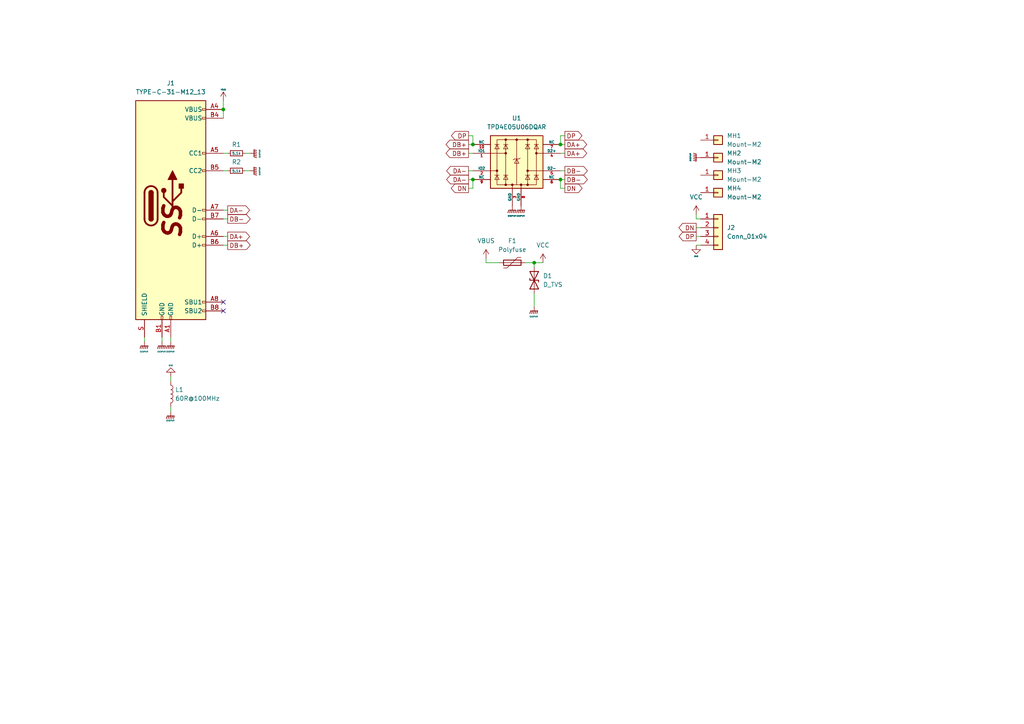
<source format=kicad_sch>
(kicad_sch (version 20211123) (generator eeschema)
  (paper "A4")
  (title_block (title "Simpler60 Compatible Unified Daughterboard") (rev "1") (company "Jordan Banana"))
  (lib_symbols
    (symbol "Acheron Symbols:TPD4E05U06DQAR" (pin_names (offset 0))
      (property "Reference" "U" (at 0 12.7 0))
      (property "Value" "TPD4E05U06DQAR" (at 0 10.16 0))
      (symbol "TPD4E05U06DQAR_0_0"
        (rectangle (start -5.715 6.477) (end 5.715 -6.604))
        (polyline (pts (xy -3.175 -6.604) (xy -3.175 6.477)))
        (polyline (pts (xy 0 6.477) (xy 0 -6.604)))
        (polyline (pts (xy 3.175 6.477) (xy 3.175 -6.604)))
      )
      (symbol "TPD4E05U06DQAR_0_1"
        (rectangle (start -7.62 7.62) (end 7.62 -7.62) (stroke (width 0.254)) (fill (type background)))
        (circle (center -5.715 -2.54) (radius 0.2794) (fill (type outline)))
        (circle (center -3.175 -6.604) (radius 0.2794) (fill (type outline)))
        (circle (center -3.175 2.54) (radius 0.2794) (fill (type outline)))
        (circle (center -3.175 6.477) (radius 0.2794) (fill (type outline)))
        (circle (center -1.27 -6.604) (radius 0.2794) (fill (type outline)))
        (polyline (pts (xy -7.747 2.54) (xy -3.175 2.54)))
        (polyline (pts (xy -7.62 -2.54) (xy -5.715 -2.54)))
        (polyline (pts (xy -5.08 -3.81) (xy -6.35 -3.81)))
        (polyline (pts (xy -5.08 5.08) (xy -6.35 5.08)))
        (polyline (pts (xy -2.54 -3.81) (xy -3.81 -3.81)))
        (polyline (pts (xy -2.54 5.08) (xy -3.81 5.08)))
        (polyline (pts (xy -1.27 -6.604) (xy -1.27 -7.62)))
        (polyline (pts (xy -0.635 0.889) (xy -1.016 0.635)))
        (polyline (pts (xy 0.635 0.889) (xy -0.635 0.889)))
        (polyline (pts (xy 0.635 0.889) (xy 1.016 1.143)))
        (polyline (pts (xy 3.81 -3.81) (xy 2.54 -3.81)))
        (polyline (pts (xy 3.81 5.08) (xy 2.54 5.08)))
        (polyline (pts (xy 6.35 -3.81) (xy 5.08 -3.81)))
        (polyline (pts (xy 6.35 5.08) (xy 5.08 5.08)))
        (polyline (pts (xy 7.62 -2.54) (xy 3.175 -2.54)))
        (polyline (pts (xy 7.62 2.54) (xy 5.715 2.54)))
        (polyline (pts (xy -5.08 -5.08) (xy -6.35 -5.08) (xy -5.715 -3.81) (xy -5.08 -5.08)))
        (polyline (pts (xy -5.08 3.81) (xy -6.35 3.81) (xy -5.715 5.08) (xy -5.08 3.81)))
        (polyline (pts (xy -2.54 -5.08) (xy -3.81 -5.08) (xy -3.175 -3.81) (xy -2.54 -5.08)))
        (polyline (pts (xy -2.54 3.81) (xy -3.81 3.81) (xy -3.175 5.08) (xy -2.54 3.81)))
        (polyline (pts (xy 0.635 -0.381) (xy -0.635 -0.381) (xy 0 0.889) (xy 0.635 -0.381)))
        (polyline (pts (xy 3.81 -5.08) (xy 2.54 -5.08) (xy 3.175 -3.81) (xy 3.81 -5.08)))
        (polyline (pts (xy 3.81 3.81) (xy 2.54 3.81) (xy 3.175 5.08) (xy 3.81 3.81)))
        (polyline (pts (xy 6.35 -5.08) (xy 5.08 -5.08) (xy 5.715 -3.81) (xy 6.35 -5.08)))
        (polyline (pts (xy 6.35 3.81) (xy 5.08 3.81) (xy 5.715 5.08) (xy 6.35 3.81)))
        (circle (center 0 6.477) (radius 0.2794) (fill (type outline)))
        (circle (center 3.175 -6.604) (radius 0.2794) (fill (type outline)))
        (circle (center 3.175 -2.54) (radius 0.2794) (fill (type outline)))
        (circle (center 3.175 6.477) (radius 0.2794) (fill (type outline)))
        (circle (center 5.715 2.54) (radius 0.2794) (fill (type outline)))
      )
      (symbol "TPD4E05U06DQAR_1_1"
        (polyline (pts (xy 1.27 -6.604) (xy 1.27 -7.62)))
        (circle (center 1.27 -6.604) (radius 0.2794) (fill (type outline)))
        (pin bidirectional line (at -12.7 2.54 0) (length 5.08) (name "IO1") (number "1"))
        (pin bidirectional line (at -12.7 5.08 0) (length 5.08) (name "NC") (number "10"))
        (pin bidirectional line (at -12.7 -2.54 0) (length 5.08) (name "IO2") (number "2"))
        (pin power_in line (at -1.27 -12.7 90) (length 5.08) (name "GND") (number "3"))
        (pin bidirectional line (at 12.7 2.54 180) (length 5.08) (name "D2+") (number "4"))
        (pin bidirectional line (at 12.7 -2.54 180) (length 5.08) (name "D2-") (number "5"))
        (pin bidirectional line (at 12.7 -5.08 180) (length 5.08) (name "NC") (number "6"))
        (pin bidirectional line (at 12.7 5.08 180) (length 5.08) (name "NC") (number "7"))
        (pin power_in line (at 1.27 -12.7 90) (length 5.08) (name "GND") (number "8"))
        (pin bidirectional line (at -12.7 -5.08 0) (length 5.08) (name "NC") (number "9"))
      )
    )
    (symbol "Acheron Symbols:TYPE-C-31-M12_13" (pin_names (offset 1.016))
      (property "Reference" "J" (at -1.27 35.56 0))
      (property "Value" "TYPE-C-31-M12_13" (at 10.16 33.02 0))
      (symbol "TYPE-C-31-M12_13_0_0"
        (rectangle (start -0.254 -31.75) (end 0.254 -30.734))
        (rectangle (start 10.16 -28.956) (end 9.144 -29.464))
        (rectangle (start 10.16 -26.416) (end 9.144 -26.924))
        (rectangle (start 10.16 -9.906) (end 9.144 -10.414))
        (rectangle (start 10.16 -7.366) (end 9.144 -7.874))
        (rectangle (start 10.16 -2.286) (end 9.144 -2.794))
        (rectangle (start 10.16 0.254) (end 9.144 -0.254))
        (rectangle (start 10.16 11.684) (end 9.144 11.176))
        (rectangle (start 10.16 16.764) (end 9.144 16.256))
        (rectangle (start 10.16 29.464) (end 9.144 28.956))
        (text "SS" (at 0.508 -3.175 900) (effects (font (size 5.08 5.08) bold italic)))
      )
      (symbol "TYPE-C-31-M12_13_0_1"
        (rectangle (start -10.16 31.75) (end 10.16 -31.75) (stroke (width 0.254)) (fill (type background)))
        (arc (start -7.62 -2.54) (mid -5.715 -4.445) (end -3.81 -2.54) (stroke (width 0.508)))
        (arc (start -6.35 -2.54) (mid -5.715 -3.175) (end -5.08 -2.54) (stroke (width 0.254)))
        (arc (start -6.35 -2.54) (mid -5.715 -3.175) (end -5.08 -2.54) (stroke (width 0.254)) (fill (type outline)))
        (rectangle (start -6.35 -2.54) (end -5.08 5.08) (stroke (width 0.254)) (fill (type outline)))
        (arc (start -5.08 5.08) (mid -5.715 5.715) (end -6.35 5.08) (stroke (width 0.254)))
        (arc (start -5.08 5.08) (mid -5.715 5.715) (end -6.35 5.08) (stroke (width 0.254)) (fill (type outline)))
        (arc (start -3.81 5.08) (mid -5.715 6.985) (end -7.62 5.08) (stroke (width 0.508)))
        (circle (center -2.032 5.715) (radius 0.635) (stroke (width 0.254)) (fill (type outline)))
        (polyline (pts (xy -7.62 -2.54) (xy -7.62 5.08)) (stroke (width 0.508)))
        (polyline (pts (xy -3.81 5.08) (xy -3.81 -2.54)) (stroke (width 0.508)))
        (polyline (pts (xy 0.508 0) (xy 0.508 8.89)) (stroke (width 0.508)))
        (polyline (pts (xy 0.508 1.27) (xy -2.032 3.81) (xy -2.032 5.08)) (stroke (width 0.508)))
        (polyline (pts (xy 0.508 2.54) (xy 3.048 5.08) (xy 3.048 6.35)) (stroke (width 0.508)))
        (polyline (pts (xy -0.762 8.89) (xy 0.508 11.43) (xy 1.778 8.89) (xy -0.762 8.89)) (stroke (width 0.254)) (fill (type outline)))
        (rectangle (start 2.413 6.35) (end 3.683 7.62) (stroke (width 0.254)) (fill (type outline)))
      )
      (symbol "TYPE-C-31-M12_13_1_1"
        (rectangle (start -2.794 -31.75) (end -2.286 -30.734))
        (rectangle (start 10.16 26.924) (end 9.144 26.416))
        (pin power_out line (at 0 -36.83 90) (length 5.08) (name "GND") (number "A1"))
        (pin power_out line (at 15.24 29.21 180) (length 5.08) (name "VBUS") (number "A4"))
        (pin bidirectional line (at 15.24 16.51 180) (length 5.08) (name "CC1") (number "A5"))
        (pin bidirectional line (at 15.24 -7.62 180) (length 5.08) (name "D+") (number "A6"))
        (pin bidirectional line (at 15.24 0 180) (length 5.08) (name "D-") (number "A7"))
        (pin bidirectional line (at 15.24 -26.67 180) (length 5.08) (name "SBU1") (number "A8"))
        (pin power_out line (at -2.54 -36.83 90) (length 5.08) (name "GND") (number "B1"))
        (pin power_out line (at 15.24 26.67 180) (length 5.08) (name "VBUS") (number "B4"))
        (pin bidirectional line (at 15.24 11.43 180) (length 5.08) (name "CC2") (number "B5"))
        (pin bidirectional line (at 15.24 -10.16 180) (length 5.08) (name "D+") (number "B6"))
        (pin bidirectional line (at 15.24 -2.54 180) (length 5.08) (name "D-") (number "B7"))
        (pin bidirectional line (at 15.24 -29.21 180) (length 5.08) (name "SBU2") (number "B8"))
        (pin passive line (at -7.62 -36.83 90) (length 5.08) (name "SHIELD") (number "S"))
      )
    )
    (symbol "Connector_Generic:Conn_01x01" (pin_names (offset 1.016) hide)
      (property "Reference" "J" (at 0 2.54 0))
      (property "Value" "Conn_01x01" (at 0 -2.54 0))
      (symbol "Conn_01x01_1_1"
        (rectangle (start -1.27 0.127) (end 0 -0.127) (stroke (width 0.1524)))
        (rectangle (start -1.27 1.27) (end 1.27 -1.27) (stroke (width 0.254)) (fill (type background)))
        (pin passive line (at -5.08 0 0) (length 3.81) (name "Pin_1") (number "1"))
      )
    )
    (symbol "Connector_Generic:Conn_01x04" (pin_names (offset 1.016) hide)
      (property "Reference" "J" (at 0 5.08 0))
      (property "Value" "Conn_01x04" (at 0 -7.62 0))
      (symbol "Conn_01x04_1_1"
        (rectangle (start -1.27 -4.953) (end 0 -5.207) (stroke (width 0.1524)))
        (rectangle (start -1.27 -2.413) (end 0 -2.667) (stroke (width 0.1524)))
        (rectangle (start -1.27 0.127) (end 0 -0.127) (stroke (width 0.1524)))
        (rectangle (start -1.27 2.667) (end 0 2.413) (stroke (width 0.1524)))
        (rectangle (start -1.27 3.81) (end 1.27 -6.35) (stroke (width 0.254)) (fill (type background)))
        (pin passive line (at -5.08 2.54 0) (length 3.81) (name "Pin_1") (number "1"))
        (pin passive line (at -5.08 0 0) (length 3.81) (name "Pin_2") (number "2"))
        (pin passive line (at -5.08 -2.54 0) (length 3.81) (name "Pin_3") (number "3"))
        (pin passive line (at -5.08 -5.08 0) (length 3.81) (name "Pin_4") (number "4"))
      )
    )
    (symbol "Device:D_TVS" (pin_numbers hide) (pin_names (offset 1.016) hide)
      (property "Reference" "D" (at 0 2.54 0))
      (property "Value" "D_TVS" (at 0 -2.54 0))
      (symbol "D_TVS_0_1"
        (polyline (pts (xy 1.27 0) (xy -1.27 0)))
        (polyline (pts (xy 0.508 1.27) (xy 0 1.27) (xy 0 -1.27) (xy -0.508 -1.27)) (stroke (width 0.254)))
        (polyline (pts (xy -2.54 1.27) (xy -2.54 -1.27) (xy 2.54 1.27) (xy 2.54 -1.27) (xy -2.54 1.27)) (stroke (width 0.254)))
      )
      (symbol "D_TVS_1_1"
        (pin passive line (at -3.81 0 0) (length 2.54) (name "A1") (number "1"))
        (pin passive line (at 3.81 0 180) (length 2.54) (name "A2") (number "2"))
      )
    )
    (symbol "Device:L" (pin_numbers hide) (pin_names (offset 1.016) hide)
      (property "Reference" "L" (at -1.27 0 90))
      (property "Value" "L" (at 1.905 0 90))
      (symbol "L_0_1"
        (arc (start 0 -2.54) (mid 0.635 -1.905) (end 0 -1.27))
        (arc (start 0 -1.27) (mid 0.635 -0.635) (end 0 0))
        (arc (start 0 0) (mid 0.635 0.635) (end 0 1.27))
        (arc (start 0 1.27) (mid 0.635 1.905) (end 0 2.54))
      )
      (symbol "L_1_1"
        (pin passive line (at 0 3.81 270) (length 1.27) (name "1") (number "1"))
        (pin passive line (at 0 -3.81 90) (length 1.27) (name "2") (number "2"))
      )
    )
    (symbol "Device:Polyfuse" (pin_numbers hide) (pin_names (offset 0))
      (property "Reference" "F" (at -2.54 0 90))
      (property "Value" "Polyfuse" (at 2.54 0 90))
      (symbol "Polyfuse_0_1"
        (rectangle (start -0.762 2.54) (end 0.762 -2.54) (stroke (width 0.254)))
        (polyline (pts (xy 0 2.54) (xy 0 -2.54)))
        (polyline (pts (xy -1.524 2.54) (xy -1.524 1.524) (xy 1.524 -1.524) (xy 1.524 -2.54)))
      )
      (symbol "Polyfuse_1_1"
        (pin passive line (at 0 3.81 270) (length 1.27) (name "~") (number "1"))
        (pin passive line (at 0 -3.81 90) (length 1.27) (name "~") (number "2"))
      )
    )
    (symbol "Device:R_Small" (pin_numbers hide) (pin_names (offset 0.254) hide)
      (property "Reference" "R" (at 0.762 0.508 0))
      (property "Value" "R_Small" (at 0.762 -1.016 0))
      (symbol "R_Small_0_1"
        (rectangle (start -0.762 1.778) (end 0.762 -1.778) (stroke (width 0.2032)))
      )
      (symbol "R_Small_1_1"
        (pin passive line (at 0 2.54 270) (length 0.762) (name "~") (number "1"))
        (pin passive line (at 0 -2.54 90) (length 0.762) (name "~") (number "2"))
      )
    )
    (symbol "power:GND" (power) (pin_names (offset 0))
      (property "Value" "GND" (at 0 -3.81 0))
      (symbol "GND_0_1"
        (polyline (pts (xy 0 0) (xy 0 -1.27) (xy 1.27 -1.27) (xy 0 -2.54) (xy -1.27 -1.27) (xy 0 -1.27)))
      )
      (symbol "GND_1_1"
        (pin power_in line (at 0 0 270) (length 0) hide (name "GND") (number "1"))
      )
    )
    (symbol "power:GNDPWR" (power) (pin_names (offset 0))
      (property "Value" "GNDPWR" (at 0 -3.302 0))
      (symbol "GNDPWR_0_1"
        (polyline (pts (xy 0 -1.27) (xy 0 0)))
        (polyline (pts (xy -1.016 -1.27) (xy -1.27 -2.032) (xy -1.27 -2.032)) (stroke (width 0.2032)))
        (polyline (pts (xy -0.508 -1.27) (xy -0.762 -2.032) (xy -0.762 -2.032)) (stroke (width 0.2032)))
        (polyline (pts (xy 0 -1.27) (xy -0.254 -2.032) (xy -0.254 -2.032)) (stroke (width 0.2032)))
        (polyline (pts (xy 0.508 -1.27) (xy 0.254 -2.032) (xy 0.254 -2.032)) (stroke (width 0.2032)))
        (polyline (pts (xy 1.016 -1.27) (xy -1.016 -1.27) (xy -1.016 -1.27)) (stroke (width 0.2032)))
        (polyline (pts (xy 1.016 -1.27) (xy 0.762 -2.032) (xy 0.762 -2.032) (xy 0.762 -2.032)) (stroke (width 0.2032)))
      )
      (symbol "GNDPWR_1_1"
        (pin power_in line (at 0 0 270) (length 0) hide (name "GNDPWR") (number "1"))
      )
    )
    (symbol "power:VBUS" (power) (pin_names (offset 0))
      (property "Value" "VBUS" (at 0 3.81 0))
      (symbol "VBUS_0_1"
        (polyline (pts (xy -0.762 1.27) (xy 0 2.54)))
        (polyline (pts (xy 0 0) (xy 0 2.54)))
        (polyline (pts (xy 0 2.54) (xy 0.762 1.27)))
      )
      (symbol "VBUS_1_1"
        (pin power_in line (at 0 0 90) (length 0) hide (name "VBUS") (number "1"))
      )
    )
    (symbol "power:VCC" (power) (pin_names (offset 0))
      (property "Value" "VCC" (at 0 3.81 0))
      (symbol "VCC_0_1"
        (polyline (pts (xy -0.762 1.27) (xy 0 2.54)))
        (polyline (pts (xy 0 0) (xy 0 2.54)))
        (polyline (pts (xy 0 2.54) (xy 0.762 1.27)))
      )
      (symbol "VCC_1_1"
        (pin power_in line (at 0 0 90) (length 0) hide (name "VCC") (number "1"))
      )
    )
  )
  (junction (at 162.56 52.07))
  (junction (at 162.56 41.91))
  (junction (at 154.94 76.2))
  (junction (at 137.16 41.91))
  (junction (at 64.77 31.75))
  (junction (at 137.16 52.07))
  (no_connect (at 64.77 90.17))
  (no_connect (at 64.77 87.63))
  (wire (pts (xy 201.93 66.04) (xy 203.2 66.04)))
  (wire (pts (xy 64.77 44.45) (xy 66.04 44.45)))
  (wire (pts (xy 135.89 54.61) (xy 137.16 54.61)))
  (wire (pts (xy 64.77 60.96) (xy 66.04 60.96)))
  (wire (pts (xy 162.56 49.53) (xy 163.83 49.53)))
  (wire (pts (xy 49.53 118.11) (xy 49.53 119.38)))
  (wire (pts (xy 71.12 44.45) (xy 72.39 44.45)))
  (wire (pts (xy 203.2 63.5) (xy 201.93 63.5)))
  (wire (pts (xy 162.56 52.07) (xy 163.83 52.07)))
  (wire (pts (xy 135.89 49.53) (xy 137.16 49.53)))
  (wire (pts (xy 41.91 97.79) (xy 41.91 99.06)))
  (wire (pts (xy 162.56 44.45) (xy 163.83 44.45)))
  (wire (pts (xy 64.77 71.12) (xy 66.04 71.12)))
  (wire (pts (xy 71.12 49.53) (xy 72.39 49.53)))
  (wire (pts (xy 201.93 71.12) (xy 203.2 71.12)))
  (wire (pts (xy 135.89 44.45) (xy 137.16 44.45)))
  (wire (pts (xy 154.94 85.09) (xy 154.94 88.9)))
  (wire (pts (xy 135.89 52.07) (xy 137.16 52.07)))
  (wire (pts (xy 64.77 63.5) (xy 66.04 63.5)))
  (wire (pts (xy 201.93 68.58) (xy 203.2 68.58)))
  (wire (pts (xy 154.94 76.2) (xy 154.94 77.47)))
  (wire (pts (xy 140.97 76.2) (xy 140.97 74.93)))
  (wire (pts (xy 46.99 97.79) (xy 46.99 99.06)))
  (wire (pts (xy 154.94 76.2) (xy 157.48 76.2)))
  (wire (pts (xy 135.89 39.37) (xy 137.16 39.37)))
  (wire (pts (xy 163.83 54.61) (xy 162.56 54.61)))
  (wire (pts (xy 201.93 63.5) (xy 201.93 62.23)))
  (wire (pts (xy 64.77 31.75) (xy 64.77 34.29)))
  (wire (pts (xy 144.78 76.2) (xy 140.97 76.2)))
  (wire (pts (xy 162.56 54.61) (xy 162.56 52.07)))
  (wire (pts (xy 152.4 76.2) (xy 154.94 76.2)))
  (wire (pts (xy 162.56 39.37) (xy 162.56 41.91)))
  (wire (pts (xy 49.53 109.22) (xy 49.53 110.49)))
  (wire (pts (xy 163.83 39.37) (xy 162.56 39.37)))
  (wire (pts (xy 64.77 68.58) (xy 66.04 68.58)))
  (wire (pts (xy 49.53 97.79) (xy 49.53 99.06)))
  (wire (pts (xy 162.56 41.91) (xy 163.83 41.91)))
  (wire (pts (xy 64.77 49.53) (xy 66.04 49.53)))
  (wire (pts (xy 137.16 39.37) (xy 137.16 41.91)))
  (wire (pts (xy 64.77 29.21) (xy 64.77 31.75)))
  (wire (pts (xy 135.89 41.91) (xy 137.16 41.91)))
  (wire (pts (xy 137.16 54.61) (xy 137.16 52.07)))
  (global_label "DB+" (shape output) (at 135.89 41.91 180) (property "Intersheet References" "${INTERSHEET_REFS}" (effects hide)))
  (global_label "DA+" (shape output) (at 66.04 68.58 0) (property "Intersheet References" "${INTERSHEET_REFS}" (effects hide)))
  (global_label "DN" (shape output) (at 201.93 66.04 180) (property "Intersheet References" "${INTERSHEET_REFS}" (effects hide)))
  (global_label "DP" (shape output) (at 201.93 68.58 180) (property "Intersheet References" "${INTERSHEET_REFS}" (effects hide)))
  (global_label "DA-" (shape output) (at 66.04 60.96 0) (property "Intersheet References" "${INTERSHEET_REFS}" (effects hide)))
  (global_label "DB+" (shape output) (at 135.89 44.45 180) (property "Intersheet References" "${INTERSHEET_REFS}" (effects hide)))
  (global_label "DB+" (shape output) (at 66.04 71.12 0) (property "Intersheet References" "${INTERSHEET_REFS}" (effects hide)))
  (global_label "DA-" (shape output) (at 135.89 52.07 180) (property "Intersheet References" "${INTERSHEET_REFS}" (effects hide)))
  (global_label "DP" (shape output) (at 163.83 39.37 0) (property "Intersheet References" "${INTERSHEET_REFS}" (effects hide)))
  (global_label "DB-" (shape output) (at 163.83 49.53 0) (property "Intersheet References" "${INTERSHEET_REFS}" (effects hide)))
  (global_label "DN" (shape output) (at 163.83 54.61 0) (property "Intersheet References" "${INTERSHEET_REFS}" (effects hide)))
  (global_label "DA-" (shape output) (at 135.89 49.53 180) (property "Intersheet References" "${INTERSHEET_REFS}" (effects hide)))
  (global_label "DA+" (shape output) (at 163.83 41.91 0) (property "Intersheet References" "${INTERSHEET_REFS}" (effects hide)))
  (global_label "DP" (shape output) (at 135.89 39.37 180) (property "Intersheet References" "${INTERSHEET_REFS}" (effects hide)))
  (global_label "DN" (shape output) (at 135.89 54.61 180) (property "Intersheet References" "${INTERSHEET_REFS}" (effects hide)))
  (global_label "DA+" (shape output) (at 163.83 44.45 0) (property "Intersheet References" "${INTERSHEET_REFS}" (effects hide)))
  (global_label "DB-" (shape output) (at 66.04 63.5 0) (property "Intersheet References" "${INTERSHEET_REFS}" (effects hide)))
  (global_label "DB-" (shape output) (at 163.83 52.07 0) (property "Intersheet References" "${INTERSHEET_REFS}" (effects hide)))
  (symbol (lib_id "power:GNDPWR") (at 72.39 44.45 90) (unit 1)
    (property "Reference" "#PWR0107" (effects hide))
    (property "Value" "GNDPWR" (at 75.33 44.577 0) (effects (font (size 0.381 0.381))))
  )
  (symbol (lib_id "Connector_Generic:Conn_01x04") (at 208.28 66.04 0) (unit 1)
    (property "Reference" "J2" (at 210.82 66.0399 0) (effects (justify left)))
    (property "Value" "Conn_01x04" (at 210.82 68.5799 0) (effects (justify left)))
    (property "Footprint" "ai03 parts:JST-SR-4" (effects hide))
  )
  (symbol (lib_id "power:VCC") (at 201.93 62.23 0) (unit 1)
    (property "Reference" "#PWR0110" (effects hide))
    (property "Value" "VCC" (at 201.93 57.15 0))
  )
  (symbol (lib_id "Acheron Symbols:TYPE-C-31-M12_13") (at 49.53 60.96 0) (unit 1)
    (property "Reference" "J1" (at 49.53 24.13 0))
    (property "Value" "TYPE-C-31-M12_13" (at 49.53 26.67 0))
    (property "Footprint" "Acheron Connectors:TYPE-C-31-M-12" (effects hide))
  )
  (symbol (lib_id "Device:L") (at 49.53 114.3 0) (unit 1)
    (property "Reference" "L1" (at 50.8 113.0299 0) (effects (justify left)))
    (property "Value" "60R@100MHz" (at 50.8 115.5699 0) (effects (justify left)))
    (property "Footprint" "Inductor_SMD:L_1206_3216Metric" (effects hide))
    (property "LCSC Part No" "C33600" (effects hide))
  )
  (symbol (lib_id "power:GNDPWR") (at 72.39 49.53 90) (unit 1)
    (property "Reference" "#PWR0108" (effects hide))
    (property "Value" "GNDPWR" (at 75.33 49.657 0) (effects (font (size 0.381 0.381))))
  )
  (symbol (lib_id "Device:R_Small") (at 68.58 44.45 90) (unit 1)
    (property "Reference" "R1" (at 68.58 41.91 90))
    (property "Value" "5.1k" (at 68.58 44.5 90) (effects (font (size 0.762 0.762))))
    (property "Footprint" "Resistor_SMD:R_0603_1608Metric" (effects hide))
  )
  (symbol (lib_id "power:GND") (at 201.93 71.12 0) (unit 1)
    (property "Reference" "#PWR0111" (effects hide))
    (property "Value" "GND" (at 201.93 74.34 0) (effects (font (size 0.381 0.381))))
  )
  (symbol (lib_id "Connector_Generic:Conn_01x01") (at 208.28 45.72 0) (unit 1)
    (property "Reference" "MH2" (at 210.82 44.4499 0) (effects (justify left)))
    (property "Value" "Mount-M2" (at 210.82 46.9899 0) (effects (justify left)))
    (property "Footprint" "ai03 parts:Generic-Mounthole" (effects hide))
  )
  (symbol (lib_id "Connector_Generic:Conn_01x01") (at 208.28 55.88 0) (unit 1)
    (property "Reference" "MH4" (at 210.82 54.6099 0) (effects (justify left)))
    (property "Value" "Mount-M2" (at 210.82 57.1499 0) (effects (justify left)))
    (property "Footprint" "ai03 parts:Generic-Mounthole" (effects hide))
  )
  (symbol (lib_id "Connector_Generic:Conn_01x01") (at 208.28 40.64 0) (unit 1)
    (property "Reference" "MH1" (at 210.82 39.3699 0) (effects (justify left)))
    (property "Value" "Mount-M2" (at 210.82 41.9099 0) (effects (justify left)))
    (property "Footprint" "ai03 parts:Generic-Mounthole" (effects hide))
  )
  (symbol (lib_id "Device:Polyfuse") (at 148.59 76.2 90) (unit 1)
    (property "Reference" "F1" (at 148.59 69.85 90))
    (property "Value" "Polyfuse" (at 148.59 72.39 90))
    (property "Footprint" "Fuse:Fuse_1206_3216Metric" (effects hide))
  )
  (symbol (lib_id "power:VBUS") (at 64.77 29.21 0) (unit 1)
    (property "Reference" "#PWR0102" (effects hide))
    (property "Value" "VBUS" (at 64.77 26 0) (effects (font (size 0.381 0.381))))
  )
  (symbol (lib_id "power:GNDPWR") (at 46.99 99.06 0) (unit 1)
    (property "Reference" "#PWR0103" (effects hide))
    (property "Value" "GNDPWR" (at 46.863 102 0) (effects (font (size 0.381 0.381))))
  )
  (symbol (lib_id "power:GNDPWR") (at 151.13 59.69 0) (unit 1)
    (property "Reference" "#PWR0113" (effects hide))
    (property "Value" "GNDPWR" (at 151.003 62.63 0) (effects (font (size 0.381 0.381))))
  )
  (symbol (lib_id "power:VCC") (at 157.48 76.2 0) (unit 1)
    (property "Reference" "#PWR0115" (effects hide))
    (property "Value" "VCC" (at 157.48 71.12 0))
  )
  (symbol (lib_id "power:GNDPWR") (at 148.59 59.69 0) (unit 1)
    (property "Reference" "#PWR0112" (effects hide))
    (property "Value" "GNDPWR" (at 148.463 62.63 0) (effects (font (size 0.381 0.381))))
  )
  (symbol (lib_id "Device:R_Small") (at 68.58 49.53 90) (unit 1)
    (property "Reference" "R2" (at 68.58 46.99 90))
    (property "Value" "5.1k" (at 68.58 49.58 90) (effects (font (size 0.762 0.762))))
    (property "Footprint" "Resistor_SMD:R_0603_1608Metric" (effects hide))
  )
  (symbol (lib_id "Acheron Symbols:TPD4E05U06DQAR") (at 149.86 46.99 0) (unit 1)
    (property "Reference" "U1" (at 149.86 34.29 0))
    (property "Value" "TPD4E05U06DQAR" (at 149.86 36.83 0))
    (property "Footprint" "Acheron Components:USON-10_2.5x1.0mm_P0.5mm" (effects hide))
    (property "Manufacturer" "Texas Instruments" (effects hide))
    (property "Manufacturer Part #" "TPD4E05U06DQAR" (effects hide))
    (property "LCSC Part #" "C138714" (effects hide))
    (property "Package" "uSON-10" (effects hide))
  )
  (symbol (lib_id "power:GNDPWR") (at 154.94 88.9 0) (unit 1)
    (property "Reference" "#PWR0114" (effects hide))
    (property "Value" "GNDPWR" (at 154.813 91.84 0) (effects (font (size 0.381 0.381))))
  )
  (symbol (lib_id "power:GNDPWR") (at 49.53 119.38 0) (unit 1)
    (property "Reference" "#PWR0106" (effects hide))
    (property "Value" "GNDPWR" (at 49.403 122 0) (effects (font (size 0.381 0.381))))
  )
  (symbol (lib_id "Connector_Generic:Conn_01x01") (at 208.28 50.8 0) (unit 1)
    (property "Reference" "MH3" (at 210.82 49.5299 0) (effects (justify left)))
    (property "Value" "Mount-M2" (at 210.82 52.0699 0) (effects (justify left)))
    (property "Footprint" "ai03 parts:Generic-Mounthole" (effects hide))
  )
  (symbol (lib_id "power:GNDPWR") (at 49.53 99.06 0) (unit 1)
    (property "Reference" "#PWR0101" (effects hide))
    (property "Value" "GNDPWR" (at 49.403 102 0) (effects (font (size 0.381 0.381))))
  )
  (symbol (lib_id "power:GNDPWR") (at 203.2 45.72 270) (unit 1)
    (property "Reference" "#PWR0109" (effects hide))
    (property "Value" "GNDPWR" (at 200.26 45.593 0) (effects (font (size 0.381 0.381))))
  )
  (symbol (lib_id "Device:D_TVS") (at 154.94 81.28 90) (unit 1)
    (property "Reference" "D1" (at 157.48 80.0099 90) (effects (justify right)))
    (property "Value" "D_TVS" (at 157.48 82.5499 90) (effects (justify right)))
    (property "Footprint" "Acheron Components:D_SOD-123_Bidirectional" (effects hide))
  )
  (symbol (lib_id "power:GNDPWR") (at 41.91 99.06 0) (unit 1)
    (property "Reference" "#PWR0104" (effects hide))
    (property "Value" "GNDPWR" (at 41.783 102 0) (effects (font (size 0.381 0.381))))
  )
  (symbol (lib_id "power:GND") (at 49.53 109.22 180) (unit 1)
    (property "Reference" "#PWR0105" (effects hide))
    (property "Value" "GND" (at 49.53 106 0) (effects (font (size 0.381 0.381))))
  )
  (symbol (lib_id "power:VBUS") (at 140.97 74.93 0) (unit 1)
    (property "Reference" "#PWR0116" (effects hide))
    (property "Value" "VBUS" (at 140.97 69.85 0))
  )
)
</source>
